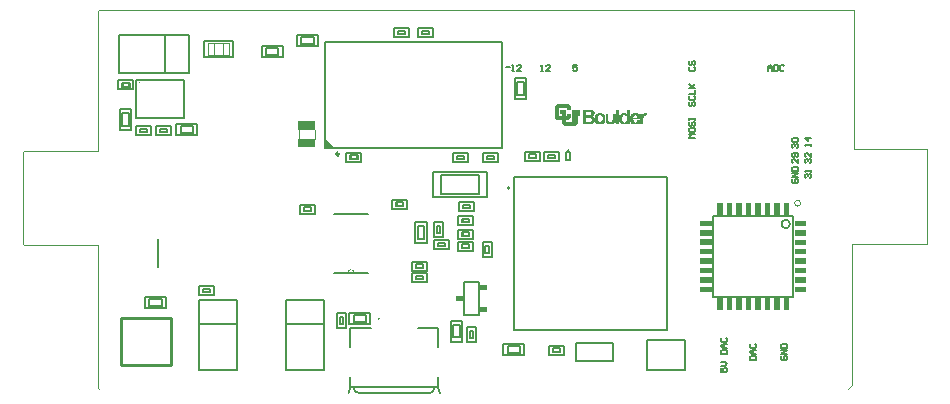
<source format=gto>
G04 Layer_Color=65535*
%FSLAX24Y24*%
%MOIN*%
G70*
G01*
G75*
%ADD40C,0.0060*%
%ADD41C,0.0100*%
%ADD45C,0.0080*%
%ADD46C,0.0094*%
%ADD47C,0.0050*%
%ADD48C,0.0040*%
%ADD49C,0.0010*%
%ADD50C,0.0000*%
%ADD79C,0.0079*%
%ADD80C,0.0039*%
%ADD81C,0.0020*%
G36*
X-14311Y4081D02*
X-14351D01*
Y4160D01*
X-14311D01*
Y4081D01*
D02*
G37*
G36*
X-14509D02*
X-14548D01*
Y4160D01*
X-14509D01*
Y4081D01*
D02*
G37*
G36*
X-4690Y4193D02*
X-5084D01*
Y4372D01*
X-4690D01*
Y4193D01*
D02*
G37*
G36*
Y4507D02*
X-5084D01*
Y4688D01*
X-4690D01*
Y4507D01*
D02*
G37*
G36*
X-1540Y4193D02*
X-1929D01*
Y4372D01*
X-1540D01*
Y4193D01*
D02*
G37*
G36*
X-14519Y3701D02*
X-14558D01*
Y3780D01*
X-14519D01*
Y3701D01*
D02*
G37*
G36*
X-1540Y3563D02*
X-1927D01*
Y3741D01*
X-1540D01*
Y3563D01*
D02*
G37*
G36*
X-14321Y3701D02*
X-14361D01*
Y3780D01*
X-14321D01*
Y3701D01*
D02*
G37*
G36*
X-1540Y3878D02*
X-1926D01*
Y4057D01*
X-1540D01*
Y3878D01*
D02*
G37*
G36*
X-4690D02*
X-5084D01*
Y4057D01*
X-4690D01*
Y3878D01*
D02*
G37*
G36*
X-1540Y4507D02*
X-1925D01*
Y4688D01*
X-1540D01*
Y4507D01*
D02*
G37*
G36*
X-4690Y4822D02*
X-5085D01*
Y5004D01*
X-4690D01*
Y4822D01*
D02*
G37*
G36*
X-13582Y4790D02*
X-13621D01*
Y4869D01*
X-13582D01*
Y4790D01*
D02*
G37*
G36*
X-1540Y4822D02*
X-1929D01*
Y5003D01*
X-1540D01*
Y4822D01*
D02*
G37*
G36*
Y5137D02*
X-1927D01*
Y5319D01*
X-1540D01*
Y5137D01*
D02*
G37*
G36*
X-4690D02*
X-5083D01*
Y5318D01*
X-4690D01*
Y5137D01*
D02*
G37*
G36*
X-12989Y4741D02*
X-13028D01*
Y4820D01*
X-12989D01*
Y4741D01*
D02*
G37*
G36*
X-12141Y4552D02*
X-12220D01*
Y4591D01*
X-12141D01*
Y4552D01*
D02*
G37*
G36*
X-12791Y4741D02*
X-12831D01*
Y4820D01*
X-12791D01*
Y4741D01*
D02*
G37*
G36*
X-13779Y4790D02*
X-13819D01*
Y4869D01*
X-13779D01*
Y4790D01*
D02*
G37*
G36*
X-12141Y4749D02*
X-12220D01*
Y4789D01*
X-12141D01*
Y4749D01*
D02*
G37*
G36*
X-4690Y3563D02*
X-5085D01*
Y3741D01*
X-4690D01*
Y3563D01*
D02*
G37*
G36*
X-12192Y2573D02*
X-12423D01*
Y2754D01*
X-12192D01*
Y2573D01*
D02*
G37*
G36*
X-17001Y2379D02*
X-17080D01*
Y2419D01*
X-17001D01*
Y2379D01*
D02*
G37*
G36*
X-4322Y2670D02*
X-4503D01*
Y3059D01*
X-4322D01*
Y2670D01*
D02*
G37*
G36*
X-3692D02*
X-3874D01*
Y3056D01*
X-3692D01*
Y2670D01*
D02*
G37*
G36*
X-4007D02*
X-4190D01*
Y3056D01*
X-4007D01*
Y2670D01*
D02*
G37*
G36*
X-9742Y1280D02*
X-9781D01*
Y1359D01*
X-9742D01*
Y1280D01*
D02*
G37*
G36*
X-9939Y1280D02*
X-9979D01*
Y1359D01*
X-9939D01*
Y1280D01*
D02*
G37*
G36*
X-12661Y1722D02*
X-12740D01*
Y1761D01*
X-12661D01*
Y1722D01*
D02*
G37*
G36*
X-17001Y2182D02*
X-17080D01*
Y2221D01*
X-17001D01*
Y2182D01*
D02*
G37*
G36*
X-12661Y1919D02*
X-12740D01*
Y1958D01*
X-12661D01*
Y1919D01*
D02*
G37*
G36*
X-3377Y2670D02*
X-3558D01*
Y3056D01*
X-3377D01*
Y2670D01*
D02*
G37*
G36*
X-1540Y3248D02*
X-1926D01*
Y3425D01*
X-1540D01*
Y3248D01*
D02*
G37*
G36*
X-4690D02*
X-5086D01*
Y3424D01*
X-4690D01*
Y3248D01*
D02*
G37*
G36*
X-21609Y3261D02*
X-21648D01*
Y3340D01*
X-21609D01*
Y3261D01*
D02*
G37*
G36*
X-12192Y3315D02*
X-12423D01*
Y3494D01*
X-12192D01*
Y3315D01*
D02*
G37*
G36*
X-21412Y3261D02*
X-21451D01*
Y3340D01*
X-21412D01*
Y3261D01*
D02*
G37*
G36*
X-2748Y2670D02*
X-2927D01*
Y3056D01*
X-2748D01*
Y2670D01*
D02*
G37*
G36*
X-3063D02*
X-3242D01*
Y3057D01*
X-3063D01*
Y2670D01*
D02*
G37*
G36*
X-2433D02*
X-2611D01*
Y3057D01*
X-2433D01*
Y2670D01*
D02*
G37*
G36*
X-12983Y2944D02*
X-12984D01*
Y2944D01*
X-12984D01*
Y2944D01*
X-12984D01*
Y2944D01*
X-12984D01*
Y2944D01*
X-12984D01*
Y2944D01*
X-13213D01*
Y2944D01*
Y2944D01*
Y2944D01*
Y3124D01*
X-12983D01*
Y2944D01*
D02*
G37*
G36*
X-2118Y2670D02*
X-2295D01*
Y3056D01*
X-2118D01*
Y2670D01*
D02*
G37*
G36*
X-12969Y5141D02*
X-13008D01*
Y5220D01*
X-12969D01*
Y5141D01*
D02*
G37*
G36*
X-9909Y7731D02*
X-9948D01*
Y7810D01*
X-9909D01*
Y7731D01*
D02*
G37*
G36*
X-10106D02*
X-10145D01*
Y7810D01*
X-10106D01*
Y7731D01*
D02*
G37*
G36*
X-10746Y7741D02*
X-10785D01*
Y7820D01*
X-10746D01*
Y7741D01*
D02*
G37*
G36*
X-17904Y8075D02*
X-18476D01*
Y8370D01*
X-17904D01*
Y8075D01*
D02*
G37*
G36*
X-10549Y7741D02*
X-10588D01*
Y7820D01*
X-10549D01*
Y7741D01*
D02*
G37*
G36*
X-12952Y7700D02*
X-12991D01*
Y7779D01*
X-12952D01*
Y7700D01*
D02*
G37*
G36*
X-12146Y7700D02*
X-12186D01*
Y7779D01*
X-12146D01*
Y7700D01*
D02*
G37*
G36*
X-11949Y7700D02*
X-11988D01*
Y7779D01*
X-11949D01*
Y7700D01*
D02*
G37*
G36*
X-16502Y7710D02*
X-16541D01*
Y7789D01*
X-16502D01*
Y7710D01*
D02*
G37*
G36*
X-16698Y7710D02*
X-16738D01*
Y7789D01*
X-16698D01*
Y7710D01*
D02*
G37*
G36*
X-23719Y8601D02*
X-23758D01*
Y8680D01*
X-23719D01*
Y8601D01*
D02*
G37*
G36*
X-14319Y11861D02*
X-14358D01*
Y11940D01*
X-14319D01*
Y11861D01*
D02*
G37*
G36*
X-24102Y10121D02*
X-24141D01*
Y10200D01*
X-24102D01*
Y10121D01*
D02*
G37*
G36*
X-14121Y11861D02*
X-14161D01*
Y11940D01*
X-14121D01*
Y11861D01*
D02*
G37*
G36*
X-14912Y11870D02*
X-14951D01*
Y11949D01*
X-14912D01*
Y11870D01*
D02*
G37*
G36*
X-15109Y11870D02*
X-15149D01*
Y11949D01*
X-15109D01*
Y11870D01*
D02*
G37*
G36*
X-23049Y8601D02*
X-23088D01*
Y8680D01*
X-23049D01*
Y8601D01*
D02*
G37*
G36*
X-23522D02*
X-23561D01*
Y8680D01*
X-23522D01*
Y8601D01*
D02*
G37*
G36*
X-22851D02*
X-22891D01*
Y8680D01*
X-22851D01*
Y8601D01*
D02*
G37*
G36*
X-24299Y10121D02*
X-24338D01*
Y10200D01*
X-24299D01*
Y10121D01*
D02*
G37*
G36*
X-17904Y8645D02*
X-18475D01*
Y8940D01*
X-17904D01*
Y8645D01*
D02*
G37*
G36*
X-13149Y7700D02*
X-13189D01*
Y7779D01*
X-13149D01*
Y7700D01*
D02*
G37*
G36*
X-12772Y5601D02*
X-12811D01*
Y5680D01*
X-12772D01*
Y5601D01*
D02*
G37*
G36*
X-12969D02*
X-13008D01*
Y5680D01*
X-12969D01*
Y5601D01*
D02*
G37*
G36*
X-4322Y5820D02*
X-4506D01*
Y6215D01*
X-4322D01*
Y5820D01*
D02*
G37*
G36*
X-3692D02*
X-3874D01*
Y6215D01*
X-3692D01*
Y5820D01*
D02*
G37*
G36*
X-4007D02*
X-4189D01*
Y6213D01*
X-4007D01*
Y5820D01*
D02*
G37*
G36*
X-13771Y5212D02*
X-13850D01*
Y5251D01*
X-13771D01*
Y5212D01*
D02*
G37*
G36*
X-12771Y5141D02*
X-12811D01*
Y5220D01*
X-12771D01*
Y5141D01*
D02*
G37*
G36*
X-13771Y5409D02*
X-13850D01*
Y5449D01*
X-13771D01*
Y5409D01*
D02*
G37*
G36*
X-1540Y5452D02*
X-1927D01*
Y5635D01*
X-1540D01*
Y5452D01*
D02*
G37*
G36*
X-4690D02*
X-5086D01*
Y5636D01*
X-4690D01*
Y5452D01*
D02*
G37*
G36*
X-3377Y5820D02*
X-3558D01*
Y6214D01*
X-3377D01*
Y5820D01*
D02*
G37*
G36*
X-12959Y6061D02*
X-12998D01*
Y6140D01*
X-12959D01*
Y6061D01*
D02*
G37*
G36*
X-18052Y5980D02*
X-18091D01*
Y6059D01*
X-18052D01*
Y5980D01*
D02*
G37*
G36*
X-12761Y6061D02*
X-12801D01*
Y6140D01*
X-12761D01*
Y6061D01*
D02*
G37*
G36*
X-14972Y6141D02*
X-15012D01*
Y6220D01*
X-14972D01*
Y6141D01*
D02*
G37*
G36*
X-15169D02*
X-15208D01*
Y6220D01*
X-15169D01*
Y6141D01*
D02*
G37*
G36*
X-2748Y5820D02*
X-2927D01*
Y6215D01*
X-2748D01*
Y5820D01*
D02*
G37*
G36*
X-3063D02*
X-3242D01*
Y6213D01*
X-3063D01*
Y5820D01*
D02*
G37*
G36*
X-2433D02*
X-2611D01*
Y6216D01*
X-2433D01*
Y5820D01*
D02*
G37*
G36*
X-18249Y5980D02*
X-18289D01*
Y6059D01*
X-18249D01*
Y5980D01*
D02*
G37*
G36*
X-2118Y5820D02*
X-2297D01*
Y6211D01*
X-2118D01*
Y5820D01*
D02*
G37*
D40*
X-2089Y5520D02*
G03*
X-2089Y5520I-141J0D01*
G01*
X-9480Y7991D02*
G03*
X-9480Y7991I-10J0D01*
G01*
X-18520Y11820D02*
X-17820D01*
X-18520Y11440D02*
Y11820D01*
Y11440D02*
X-17820D01*
Y11820D01*
X-11250Y9690D02*
Y10390D01*
Y9690D02*
X-10870D01*
Y10390D01*
X-11250D02*
X-10870D01*
X-16600Y3880D02*
X-16150D01*
X-17290D02*
X-16600D01*
X-17290Y5840D02*
X-16150D01*
X-4649Y3101D02*
X-1971D01*
X-4649D02*
Y5779D01*
X-1971D01*
Y3101D02*
Y5779D01*
X-13140Y5490D02*
X-12640D01*
Y5790D01*
X-13140D02*
X-12640D01*
X-13140Y5490D02*
Y5790D01*
X-12550Y1590D02*
Y2090D01*
X-12850D02*
X-12550D01*
X-12850Y1590D02*
Y2090D01*
Y1590D02*
X-12550D01*
X-14190Y4879D02*
Y5579D01*
X-14570Y4879D02*
X-14190D01*
X-14570D02*
Y5579D01*
X-14190D01*
X-13160Y4630D02*
X-12660D01*
Y4930D01*
X-13160D02*
X-12660D01*
X-13160Y4630D02*
Y4930D01*
X-13140Y5030D02*
Y5330D01*
X-12640D01*
Y5030D02*
Y5330D01*
X-13140Y5030D02*
X-12640D01*
X-17190Y2050D02*
Y2550D01*
Y2050D02*
X-16890D01*
X-17190Y2550D02*
X-16890D01*
Y2050D02*
Y2550D01*
X-16771Y2190D02*
Y2570D01*
X-16071D01*
Y2190D02*
Y2570D01*
X-16771Y2190D02*
X-16071D01*
X-24470Y10310D02*
X-23970D01*
X-24470Y10010D02*
Y10310D01*
X-23970Y10010D02*
Y10310D01*
X-24470Y10010D02*
X-23970D01*
X-24420Y8650D02*
Y9350D01*
Y8650D02*
X-24040D01*
Y9350D01*
X-24420D02*
X-24040D01*
X-23220Y8490D02*
Y8790D01*
X-22720D01*
Y8490D02*
Y8790D01*
X-23220Y8490D02*
X-22720D01*
X-23890D02*
Y8790D01*
X-23390D01*
Y8490D02*
Y8790D01*
X-23890Y8490D02*
X-23390D01*
X-24457Y11810D02*
X-22135D01*
X-24457Y10550D02*
Y11810D01*
Y10550D02*
X-22135D01*
Y11810D01*
X-22926Y10550D02*
X-22926Y11800D01*
X-18999Y11090D02*
Y11470D01*
X-19699Y11090D02*
X-18999D01*
X-19699D02*
Y11470D01*
X-18999D01*
X-22540Y8490D02*
Y8870D01*
X-21840D01*
Y8490D02*
Y8870D01*
X-22540Y8490D02*
X-21840D01*
X-14780Y11760D02*
Y12060D01*
X-15280Y11760D02*
X-14780D01*
X-15280D02*
Y12060D01*
X-14780D01*
X-16870Y7900D02*
X-16370D01*
X-16870Y7600D02*
Y7900D01*
Y7600D02*
X-16370D01*
Y7900D01*
X-13320Y7890D02*
X-12820D01*
X-13320Y7590D02*
Y7890D01*
Y7590D02*
X-12820D01*
Y7890D01*
X-22889Y2710D02*
Y3090D01*
X-23589Y2710D02*
X-22889D01*
X-23589D02*
Y3090D01*
X-22889D01*
X-17593Y8324D02*
Y11592D01*
X-11687D01*
Y8048D02*
Y11592D01*
X-17317Y8048D02*
X-11687D01*
X-21630Y11090D02*
X-20650D01*
Y11610D01*
X-21630D02*
X-20650D01*
X-21630Y11090D02*
Y11610D01*
X-14490Y11750D02*
Y12050D01*
X-13990D01*
Y11750D02*
Y12050D01*
X-14490Y11750D02*
X-13990D01*
X-10939Y1140D02*
Y1520D01*
X-11639Y1140D02*
X-10939D01*
X-11639D02*
Y1520D01*
X-10939D01*
X-11817Y7590D02*
Y7890D01*
X-12317Y7590D02*
X-11817D01*
X-12317D02*
Y7890D01*
X-11817D01*
X-13960Y5080D02*
X-13660D01*
X-13960D02*
Y5580D01*
X-13660D01*
Y5080D02*
Y5580D01*
X-13400Y1600D02*
Y2300D01*
Y1600D02*
X-13020D01*
Y2300D01*
X-13400D02*
X-13020D01*
X-13130Y5950D02*
X-12630D01*
Y6250D01*
X-13130D02*
X-12630D01*
X-13130Y5950D02*
Y6250D01*
X-13950Y4980D02*
X-13450D01*
X-13950Y4680D02*
Y4980D01*
Y4680D02*
X-13450D01*
Y4980D01*
X-21790Y2196D02*
X-20540Y2196D01*
X-21790Y2987D02*
X-20530D01*
Y665D02*
Y2987D01*
X-21790Y665D02*
X-20530D01*
X-21790D02*
Y2987D01*
X-18870Y2200D02*
X-17620Y2200D01*
X-18870Y2991D02*
X-17610D01*
Y669D02*
Y2991D01*
X-18870Y669D02*
X-17610D01*
X-18870D02*
Y2991D01*
X-21780Y3150D02*
X-21280D01*
Y3450D01*
X-21780D02*
X-21280D01*
X-21780Y3150D02*
Y3450D01*
X-14690Y3890D02*
X-14190D01*
Y3590D02*
Y3890D01*
X-14690Y3590D02*
Y3890D01*
Y3590D02*
X-14190D01*
X-14680Y4270D02*
X-14180D01*
Y3970D02*
Y4270D01*
X-14680Y3970D02*
Y4270D01*
Y3970D02*
X-14180D01*
X-10110Y1470D02*
X-9610D01*
X-10110Y1170D02*
Y1470D01*
Y1170D02*
X-9610D01*
Y1470D01*
X-10277Y7620D02*
X-9777D01*
Y7920D01*
X-10277D02*
X-9777D01*
X-10277Y7620D02*
Y7920D01*
X-8760Y955D02*
X-8445D01*
X-8760Y1545D02*
X-8445D01*
X-18420Y6170D02*
X-17920D01*
X-18420Y5870D02*
Y6170D01*
Y5870D02*
X-17920D01*
Y6170D01*
X-15340Y6030D02*
X-14840D01*
Y6330D01*
X-15340D02*
X-14840D01*
X-15340Y6030D02*
Y6330D01*
X-23897Y9053D02*
Y10313D01*
Y9053D02*
X-22277D01*
Y10313D01*
X-23897D02*
X-22277D01*
X-13975Y6407D02*
Y7270D01*
X-12195D01*
X-13975Y6407D02*
X-12195D01*
Y7270D01*
X-10917Y7630D02*
Y7930D01*
X-10417D01*
Y7630D02*
Y7930D01*
X-10917Y7630D02*
X-10417D01*
X-12963Y3283D02*
Y3594D01*
X-12630D01*
X-12963Y2474D02*
Y2775D01*
Y2474D02*
X-12630D01*
X-12030Y4420D02*
Y4920D01*
X-12330D02*
X-12030D01*
X-12330Y4420D02*
Y4920D01*
Y4420D02*
X-12030D01*
X-1380Y8110D02*
Y8177D01*
Y8143D01*
X-1580D01*
X-1547Y8110D01*
X-1380Y8377D02*
X-1580D01*
X-1480Y8277D01*
Y8410D01*
X-1987Y8060D02*
X-2020Y8093D01*
Y8160D01*
X-1987Y8193D01*
X-1953D01*
X-1920Y8160D01*
Y8127D01*
Y8160D01*
X-1887Y8193D01*
X-1853D01*
X-1820Y8160D01*
Y8093D01*
X-1853Y8060D01*
X-1987Y8260D02*
X-2020Y8293D01*
Y8360D01*
X-1987Y8393D01*
X-1853D01*
X-1820Y8360D01*
Y8293D01*
X-1853Y8260D01*
X-1987D01*
X-1537Y7550D02*
X-1570Y7583D01*
Y7650D01*
X-1537Y7683D01*
X-1503D01*
X-1470Y7650D01*
Y7617D01*
Y7650D01*
X-1437Y7683D01*
X-1403D01*
X-1370Y7650D01*
Y7583D01*
X-1403Y7550D01*
X-1370Y7883D02*
Y7750D01*
X-1503Y7883D01*
X-1537D01*
X-1570Y7850D01*
Y7783D01*
X-1537Y7750D01*
X-1830Y7683D02*
Y7550D01*
X-1963Y7683D01*
X-1997D01*
X-2030Y7650D01*
Y7583D01*
X-1997Y7550D01*
X-1863Y7750D02*
X-1830Y7783D01*
Y7850D01*
X-1863Y7883D01*
X-1997D01*
X-2030Y7850D01*
Y7783D01*
X-1997Y7750D01*
X-1963D01*
X-1930Y7783D01*
Y7883D01*
X-1547Y7060D02*
X-1580Y7093D01*
Y7160D01*
X-1547Y7193D01*
X-1513D01*
X-1480Y7160D01*
Y7127D01*
Y7160D01*
X-1447Y7193D01*
X-1413D01*
X-1380Y7160D01*
Y7093D01*
X-1413Y7060D01*
X-1380Y7260D02*
Y7327D01*
Y7293D01*
X-1580D01*
X-1547Y7260D01*
X-1997Y7033D02*
X-2030Y7000D01*
Y6933D01*
X-1997Y6900D01*
X-1863D01*
X-1830Y6933D01*
Y7000D01*
X-1863Y7033D01*
X-1930D01*
Y6967D01*
X-1830Y7100D02*
X-2030D01*
X-1830Y7233D01*
X-2030D01*
Y7300D02*
X-1830D01*
Y7400D01*
X-1863Y7433D01*
X-1997D01*
X-2030Y7400D01*
Y7300D01*
X-2355Y1115D02*
X-2389Y1082D01*
X-2390Y1016D01*
X-2357Y982D01*
X-2223Y980D01*
X-2190Y1013D01*
X-2189Y1080D01*
X-2222Y1114D01*
X-2288Y1114D01*
X-2289Y1048D01*
X-2188Y1180D02*
X-2388Y1182D01*
X-2186Y1313D01*
X-2386Y1315D01*
X-2385Y1382D02*
X-2186Y1380D01*
X-2184Y1480D01*
X-2217Y1514D01*
X-2351Y1515D01*
X-2384Y1482D01*
X-2385Y1382D01*
X-4400Y733D02*
Y600D01*
X-4300D01*
X-4333Y667D01*
Y700D01*
X-4300Y733D01*
X-4233D01*
X-4200Y700D01*
Y633D01*
X-4233Y600D01*
X-4400Y800D02*
X-4267D01*
X-4200Y867D01*
X-4267Y933D01*
X-4400D01*
Y1200D02*
X-4200D01*
Y1300D01*
X-4233Y1333D01*
X-4367D01*
X-4400Y1300D01*
Y1200D01*
X-4200Y1400D02*
X-4333D01*
X-4400Y1466D01*
X-4333Y1533D01*
X-4200D01*
X-4300D01*
Y1400D01*
X-4367Y1733D02*
X-4400Y1700D01*
Y1633D01*
X-4367Y1600D01*
X-4233D01*
X-4200Y1633D01*
Y1700D01*
X-4233Y1733D01*
X-3410Y980D02*
X-3210D01*
Y1080D01*
X-3243Y1113D01*
X-3377D01*
X-3410Y1080D01*
Y980D01*
X-3210Y1180D02*
X-3343D01*
X-3410Y1247D01*
X-3343Y1313D01*
X-3210D01*
X-3310D01*
Y1180D01*
X-3377Y1513D02*
X-3410Y1480D01*
Y1413D01*
X-3377Y1380D01*
X-3243D01*
X-3210Y1413D01*
Y1480D01*
X-3243Y1513D01*
X-5407Y9573D02*
X-5440Y9540D01*
Y9473D01*
X-5407Y9440D01*
X-5373D01*
X-5340Y9473D01*
Y9540D01*
X-5307Y9573D01*
X-5273D01*
X-5240Y9540D01*
Y9473D01*
X-5273Y9440D01*
X-5407Y9773D02*
X-5440Y9740D01*
Y9673D01*
X-5407Y9640D01*
X-5273D01*
X-5240Y9673D01*
Y9740D01*
X-5273Y9773D01*
X-5440Y9840D02*
X-5240D01*
Y9973D01*
X-5440Y10040D02*
X-5240D01*
X-5307D01*
X-5440Y10173D01*
X-5340Y10073D01*
X-5240Y10173D01*
X-5407Y10753D02*
X-5440Y10720D01*
Y10653D01*
X-5407Y10620D01*
X-5273D01*
X-5240Y10653D01*
Y10720D01*
X-5273Y10753D01*
X-5407Y10953D02*
X-5440Y10920D01*
Y10853D01*
X-5407Y10820D01*
X-5373D01*
X-5340Y10853D01*
Y10920D01*
X-5307Y10953D01*
X-5273D01*
X-5240Y10920D01*
Y10853D01*
X-5273Y10820D01*
X-5240Y8400D02*
X-5440D01*
X-5373Y8467D01*
X-5440Y8533D01*
X-5240D01*
X-5440Y8700D02*
Y8633D01*
X-5407Y8600D01*
X-5273D01*
X-5240Y8633D01*
Y8700D01*
X-5273Y8733D01*
X-5407D01*
X-5440Y8700D01*
X-5407Y8933D02*
X-5440Y8900D01*
Y8833D01*
X-5407Y8800D01*
X-5373D01*
X-5340Y8833D01*
Y8900D01*
X-5307Y8933D01*
X-5273D01*
X-5240Y8900D01*
Y8833D01*
X-5273Y8800D01*
X-5440Y9000D02*
Y9066D01*
Y9033D01*
X-5240D01*
Y9000D01*
Y9066D01*
X-11539Y10740D02*
X-11406Y10738D01*
X-11340Y10638D02*
X-11273Y10637D01*
X-11307Y10637D01*
X-11305Y10837D01*
X-11338Y10804D01*
X-11040Y10634D02*
X-11173Y10636D01*
X-11039Y10768D01*
X-11038Y10801D01*
X-11071Y10835D01*
X-11138Y10835D01*
X-11172Y10802D01*
X-10400Y10630D02*
X-10333Y10631D01*
X-10367Y10630D01*
X-10368Y10830D01*
X-10401Y10797D01*
X-10100Y10633D02*
X-10233Y10631D01*
X-10101Y10766D01*
X-10102Y10799D01*
X-10135Y10832D01*
X-10202Y10832D01*
X-10235Y10798D01*
X-9177Y10830D02*
X-9310D01*
Y10730D01*
X-9243Y10763D01*
X-9210D01*
X-9177Y10730D01*
Y10663D01*
X-9210Y10630D01*
X-9277D01*
X-9310Y10663D01*
X-2830Y10620D02*
Y10753D01*
X-2763Y10820D01*
X-2697Y10753D01*
Y10620D01*
Y10720D01*
X-2830D01*
X-2630Y10820D02*
Y10620D01*
X-2530D01*
X-2497Y10653D01*
Y10787D01*
X-2530Y10820D01*
X-2630D01*
X-2297Y10787D02*
X-2330Y10820D01*
X-2397D01*
X-2430Y10787D01*
Y10653D01*
X-2397Y10620D01*
X-2330D01*
X-2297Y10653D01*
X-12963Y2474D02*
Y3594D01*
Y2474D02*
X-12443D01*
Y3594D01*
X-12963D02*
X-12443D01*
D41*
X-22720Y823D02*
Y1177D01*
Y2061D02*
Y2397D01*
X-24394Y1326D02*
Y1912D01*
X-23644Y823D02*
X-22720D01*
X-23592Y2397D02*
X-22720D01*
X-24394D02*
X-22720D01*
X-24394Y823D02*
Y2397D01*
Y823D02*
X-22720D01*
Y2397D01*
D45*
X-9558Y7909D02*
X-9420D01*
X-9558Y7653D02*
Y7909D01*
Y7653D02*
X-9420D01*
Y7909D01*
D46*
X-17112Y7851D02*
G03*
X-17112Y7851I-47J0D01*
G01*
D02*
G03*
X-17112Y7851I-47J0D01*
G01*
D47*
X-16626Y58D02*
Y74D01*
X-17593Y8048D02*
Y8088D01*
Y8127D02*
Y8166D01*
Y8206D01*
Y8245D01*
Y8285D01*
Y8324D01*
X-17357Y8048D02*
X-17317D01*
X-17396D02*
X-17357D01*
X-17435D02*
X-17396D01*
X-17475D02*
X-17435D01*
X-17514D02*
X-17475D01*
X-17553D02*
X-17514D01*
X-17593D02*
X-17553D01*
X-17593Y8088D02*
X-17553Y8048D01*
X-17593Y8127D02*
X-17514Y8048D01*
X-17593Y8166D02*
X-17475Y8048D01*
X-17593Y8206D02*
X-17435Y8048D01*
X-17593Y8245D02*
X-17396Y8048D01*
X-17593Y8285D02*
X-17357Y8048D01*
X-17593Y8324D02*
X-17317Y8048D01*
X-17593Y8088D02*
Y8127D01*
X-18379Y11520D02*
Y11740D01*
X-17961D01*
Y11520D02*
Y11740D01*
X-18379Y11520D02*
X-17961D01*
X-11170Y9831D02*
X-10950D01*
X-11170D02*
Y10249D01*
X-10950D01*
Y9831D02*
Y10249D01*
X-12772Y5581D02*
Y5699D01*
X-13008D02*
X-12772D01*
X-13008Y5581D02*
Y5699D01*
Y5581D02*
X-12772D01*
X-12759Y1958D02*
X-12641D01*
X-12759Y1722D02*
Y1958D01*
Y1722D02*
X-12641D01*
Y1958D01*
X-14490Y5438D02*
X-14270D01*
Y5021D02*
Y5438D01*
X-14490Y5021D02*
X-14270D01*
X-14490D02*
Y5438D01*
X-12792Y4721D02*
Y4839D01*
X-13028D02*
X-12792D01*
X-13028Y4721D02*
Y4839D01*
Y4721D02*
X-12792D01*
X-13008Y5121D02*
X-12772D01*
X-13008D02*
Y5239D01*
X-12772D01*
Y5121D02*
Y5239D01*
X-16981Y2182D02*
Y2418D01*
X-17099Y2182D02*
X-16981D01*
X-17099D02*
Y2418D01*
X-16981D01*
X-16629Y2490D02*
X-16212D01*
X-16629Y2270D02*
Y2490D01*
Y2270D02*
X-16212D01*
Y2490D01*
X-24102Y10101D02*
Y10219D01*
X-24338D02*
X-24102D01*
X-24338Y10101D02*
Y10219D01*
Y10101D02*
X-24102D01*
X-24340Y8791D02*
X-24120D01*
X-24340D02*
Y9209D01*
X-24120D01*
Y8791D02*
Y9209D01*
X-23088Y8581D02*
X-22852D01*
X-23088D02*
Y8699D01*
X-22852D01*
Y8581D02*
Y8699D01*
X-23758Y8581D02*
X-23522D01*
X-23758D02*
Y8699D01*
X-23522D01*
Y8581D02*
Y8699D01*
X-19558Y11170D02*
X-19141D01*
Y11390D01*
X-19558D02*
X-19141D01*
X-19558Y11170D02*
Y11390D01*
X-22399Y8790D02*
X-21981D01*
X-22399Y8570D02*
Y8790D01*
Y8570D02*
X-21981D01*
Y8790D01*
X-15148Y11969D02*
X-14912D01*
Y11851D02*
Y11969D01*
X-15148Y11851D02*
X-14912D01*
X-15148D02*
Y11969D01*
X-16738Y7691D02*
Y7809D01*
Y7691D02*
X-16502D01*
Y7809D01*
X-16738D02*
X-16502D01*
X-13188Y7681D02*
Y7799D01*
Y7681D02*
X-12952D01*
Y7799D01*
X-13188D02*
X-12952D01*
X-23448Y2790D02*
X-23031D01*
Y3010D01*
X-23448D02*
X-23031D01*
X-23448Y2790D02*
Y3010D01*
X-17593Y8048D02*
Y11592D01*
X-11687D01*
Y8048D02*
Y11592D01*
X-17593Y8048D02*
X-11687D01*
X-14358Y11841D02*
X-14122D01*
X-14358D02*
Y11959D01*
X-14122D01*
Y11841D02*
Y11959D01*
X-11498Y1220D02*
X-11081D01*
Y1440D01*
X-11498D02*
X-11081D01*
X-11498Y1220D02*
Y1440D01*
X-12185Y7799D02*
X-11949D01*
Y7681D02*
Y7799D01*
X-12185Y7681D02*
X-11949D01*
X-12185D02*
Y7799D01*
X-13751Y5212D02*
Y5448D01*
X-13869Y5212D02*
X-13751D01*
X-13869D02*
Y5448D01*
X-13751D01*
X-13320Y1741D02*
X-13100D01*
X-13320D02*
Y2159D01*
X-13100D01*
Y1741D02*
Y2159D01*
X-12762Y6041D02*
Y6159D01*
X-12998D02*
X-12762D01*
X-12998Y6041D02*
Y6159D01*
Y6041D02*
X-12762D01*
X-13818Y4771D02*
Y4889D01*
Y4771D02*
X-13582D01*
Y4889D01*
X-13818D02*
X-13582D01*
X-21412Y3241D02*
Y3359D01*
X-21648D02*
X-21412D01*
X-21648Y3241D02*
Y3359D01*
Y3241D02*
X-21412D01*
X-14558Y3681D02*
X-14322D01*
X-14558D02*
Y3799D01*
X-14322D01*
Y3681D02*
Y3799D01*
X-14548Y4061D02*
X-14312D01*
X-14548D02*
Y4179D01*
X-14312D01*
Y4061D02*
Y4179D01*
X-9978Y1261D02*
Y1379D01*
Y1261D02*
X-9742D01*
Y1379D01*
X-9978D02*
X-9742D01*
X-9909Y7711D02*
Y7829D01*
X-10145D02*
X-9909D01*
X-10145Y7711D02*
Y7829D01*
Y7711D02*
X-9909D01*
X-9232Y1545D02*
X-7972D01*
Y955D02*
Y1545D01*
X-9232Y955D02*
X-7972D01*
X-9232D02*
Y1545D01*
X-18288Y5961D02*
Y6079D01*
Y5961D02*
X-18052D01*
Y6079D01*
X-18288D02*
X-18052D01*
X-14972Y6121D02*
Y6239D01*
X-15208D02*
X-14972D01*
X-15208Y6121D02*
Y6239D01*
Y6121D02*
X-14972D01*
X-13715Y6525D02*
Y7155D01*
Y6525D02*
X-12455D01*
Y7155D01*
X-13715D02*
X-12455D01*
X-10785Y7721D02*
X-10549D01*
X-10785D02*
Y7839D01*
X-10549D01*
Y7721D02*
Y7839D01*
X-6840Y668D02*
X-5580D01*
X-6840D02*
Y1652D01*
X-5580D01*
Y668D02*
Y1652D01*
X-12239Y4788D02*
X-12121D01*
X-12239Y4552D02*
Y4788D01*
Y4552D02*
X-12121D01*
Y4788D01*
D48*
X-18450Y8360D02*
Y8650D01*
X-17930Y8360D02*
Y8660D01*
D49*
X-9840Y9510D02*
X-9490D01*
X-9850Y9500D02*
X-9480D01*
X-9860Y9490D02*
X-9470D01*
X-9870Y9480D02*
X-9460D01*
X-9880Y9470D02*
X-9450D01*
X-9890Y9460D02*
X-9440D01*
X-9900Y9450D02*
X-9430D01*
X-9910Y9440D02*
X-9420D01*
X-9910Y9430D02*
X-9420D01*
X-9910Y9420D02*
X-9420D01*
X-9910Y9410D02*
X-9820D01*
X-9510D02*
X-9420D01*
X-9910Y9400D02*
X-9820D01*
X-9510D02*
X-9420D01*
X-9910Y9390D02*
X-9820D01*
X-9510D02*
X-9420D01*
X-9910Y9380D02*
X-9820D01*
X-9510D02*
X-9420D01*
X-9910Y9370D02*
X-9820D01*
X-9510D02*
X-9420D01*
X-9910Y9360D02*
X-9820D01*
X-9510D02*
X-9420D01*
X-9910Y9350D02*
X-9820D01*
X-9510D02*
X-9420D01*
X-9910Y9340D02*
X-9820D01*
X-9510D02*
X-9420D01*
X-9910Y9330D02*
X-9820D01*
X-9910Y9320D02*
X-9820D01*
X-9910Y9310D02*
X-9820D01*
X-9740D02*
X-9590D01*
X-9340D02*
X-9190D01*
X-9130D01*
X-9910Y9300D02*
X-9820D01*
X-9740D02*
X-9590D01*
X-9340D02*
X-9190D01*
X-9130D01*
X-9910Y9290D02*
X-9820D01*
X-9740D02*
X-9590D01*
X-9340D02*
X-9190D01*
X-9130D01*
X-9910Y9280D02*
X-9820D01*
X-9740D02*
X-9590D01*
X-9340D02*
X-9190D01*
X-9130D01*
X-9910Y9270D02*
X-9820D01*
X-9740D02*
X-9590D01*
X-9340D02*
X-9190D01*
X-9130D01*
X-9910Y9260D02*
X-9820D01*
X-9740D02*
X-9590D01*
X-9340D02*
X-9190D01*
X-9130D01*
X-9910Y9250D02*
X-9820D01*
X-9740D02*
X-9590D01*
X-9340D02*
X-9190D01*
X-9130D01*
X-9910Y9240D02*
X-9820D01*
X-9740D02*
X-9590D01*
X-9340D02*
X-9190D01*
X-9130D01*
X-9910Y9230D02*
X-9820D01*
X-9740D02*
X-9590D01*
X-9340D02*
X-9190D01*
X-9130D01*
X-9910Y9220D02*
X-9820D01*
X-9740D02*
X-9590D01*
X-9340D02*
X-9190D01*
X-9130D01*
X-9910Y9210D02*
X-9820D01*
X-9680D02*
X-9590D01*
X-9340D02*
X-9130D01*
X-9910Y9200D02*
X-9820D01*
X-9680D02*
X-9590D01*
X-9340D02*
X-9130D01*
X-9910Y9190D02*
X-9820D01*
X-9680D02*
X-9590D01*
X-9510D02*
X-9420D01*
X-9340D02*
X-9130D01*
X-9910Y9180D02*
X-9820D01*
X-9680D02*
X-9590D01*
X-9510D02*
X-9420D01*
X-9340D02*
X-9130D01*
X-9910Y9170D02*
X-9820D01*
X-9680D02*
X-9590D01*
X-9510D02*
X-9420D01*
X-9340D02*
X-9130D01*
X-9910Y9160D02*
X-9820D01*
X-9680D02*
X-9590D01*
X-9510D02*
X-9420D01*
X-9340D02*
X-9190D01*
X-9910Y9150D02*
X-9820D01*
X-9680D02*
X-9590D01*
X-9510D02*
X-9420D01*
X-9340D02*
X-9190D01*
X-9910Y9140D02*
X-9820D01*
X-9680D02*
X-9590D01*
X-9510D02*
X-9420D01*
X-9340D02*
X-9190D01*
X-9910Y9130D02*
X-9820D01*
X-9680D02*
X-9590D01*
X-9510D02*
X-9420D01*
X-9340D02*
X-9190D01*
X-9910Y9120D02*
X-9820D01*
X-9680D02*
X-9590D01*
X-9510D02*
X-9420D01*
X-9340D02*
X-9190D01*
X-9910Y9110D02*
X-9420D01*
X-9340D02*
X-9190D01*
X-9910Y9100D02*
X-9420D01*
X-9340D02*
X-9190D01*
X-9910Y9090D02*
X-9420D01*
X-9340D02*
X-9190D01*
X-9910Y9080D02*
X-9430D01*
X-9340D02*
X-9190D01*
X-9910Y9070D02*
X-9440D01*
X-9340D02*
X-9190D01*
X-9900Y9060D02*
X-9450D01*
X-9340D02*
X-9190D01*
X-9890Y9050D02*
X-9460D01*
X-9340D02*
X-9190D01*
X-9880Y9040D02*
X-9470D01*
X-9340D02*
X-9190D01*
X-9870Y9030D02*
X-9480D01*
X-9340D02*
X-9190D01*
X-9860Y9020D02*
X-9490D01*
X-9340D02*
X-9190D01*
X-9680Y9010D02*
X-9590D01*
X-9340D02*
X-9190D01*
X-9680Y9000D02*
X-9590D01*
X-9340D02*
X-9190D01*
X-9680Y8990D02*
X-9590D01*
X-9340D02*
X-9190D01*
X-9680Y8980D02*
X-9590D01*
X-9340D02*
X-9190D01*
X-9680Y8970D02*
X-9590D01*
X-9340D02*
X-9190D01*
X-9680Y8960D02*
X-9590D01*
X-9340D02*
X-9190D01*
X-9680Y8950D02*
X-9590D01*
X-9340D02*
X-9190D01*
X-9680Y8940D02*
X-9590D01*
X-9340D02*
X-9190D01*
X-9680Y8930D02*
X-9590D01*
X-9340D02*
X-9190D01*
X-9680Y8920D02*
X-9590D01*
X-9340D02*
X-9190D01*
X-9680Y8910D02*
X-9190D01*
X-9680Y8900D02*
X-9190D01*
X-9680Y8890D02*
X-9190D01*
X-9670Y8880D02*
X-9200D01*
X-9660Y8870D02*
X-9210D01*
X-9650Y8860D02*
X-9220D01*
X-9640Y8850D02*
X-9230D01*
X-9630Y8840D02*
X-9240D01*
X-9620Y8830D02*
X-9250D01*
X-9610Y8820D02*
X-9260D01*
X-27610Y4820D02*
X-25160D01*
Y70D02*
Y4820D01*
X-10Y4870D02*
X2490D01*
Y8020D01*
X40D02*
X2490D01*
X40D02*
Y12670D01*
X-27660Y4870D02*
X-27610Y4820D01*
X-27660Y4870D02*
Y7930D01*
X-27620Y7970D01*
X-25190D01*
X-25160D01*
Y12620D01*
X-25110Y12670D02*
X40D01*
X-10Y170D02*
Y4870D01*
X-160Y20D02*
X-10Y170D01*
X-25160Y70D02*
X-25110Y20D01*
X-25160Y12620D02*
X-25110Y12670D01*
D50*
X-16600Y3879D02*
G03*
X-16840Y3871I-120J-4D01*
G01*
X-1734Y6212D02*
G03*
X-1734Y6212I-100J0D01*
G01*
X-15760Y2365D02*
G03*
X-15760Y2365I-32J0D01*
G01*
X-21290Y11160D02*
Y11540D01*
X-21480D02*
X-21290D01*
X-21480Y11160D02*
X-21290D01*
X-20990D02*
Y11540D01*
Y11160D02*
X-20800D01*
X-20990Y11540D02*
X-20800D01*
X-21290Y11160D02*
X-20990D01*
X-20800D02*
Y11540D01*
X-21290D02*
X-20990D01*
X-21480Y11160D02*
Y11540D01*
D79*
X-16810Y-118D02*
G03*
X-16737Y74I-200J187D01*
G01*
X-13823Y74D02*
G03*
X-13750Y-118I286J0D01*
G01*
X-16626Y57D02*
G03*
X-16444Y-119I179J3D01*
G01*
X-14116D02*
G03*
X-13934Y57I3J179D01*
G01*
X-11420Y6721D02*
G03*
X-11420Y6721I-43J0D01*
G01*
X-16737Y2042D02*
X-16067D01*
X-14493D02*
X-13823D01*
Y1416D02*
Y2042D01*
Y74D02*
Y408D01*
X-16626Y74D02*
X-13823D01*
X-16737D02*
X-16626D01*
X-16737D02*
Y408D01*
Y1416D02*
Y2042D01*
X-16445Y-119D02*
X-14115D01*
X-23139Y4088D02*
Y5032D01*
X-11288Y7091D02*
X-6170D01*
X-11288Y1973D02*
Y7091D01*
Y1973D02*
X-6170D01*
Y7091D01*
D80*
X-23767Y10233D02*
G03*
X-23767Y10233I-20J0D01*
G01*
D81*
X-8200Y8900D02*
X-7970D01*
X-8990Y9320D02*
X-8690D01*
X-7890D02*
X-7830D01*
X-7510D02*
X-7450D01*
X-8990Y9300D02*
X-8670D01*
X-7890D02*
X-7830D01*
X-7510D02*
X-7450D01*
X-8990Y9280D02*
X-8930D01*
X-8750D02*
X-8650D01*
X-7890D02*
X-7830D01*
X-7510D02*
X-7450D01*
X-8990Y9260D02*
X-8930D01*
X-8730D02*
X-8650D01*
X-7890D02*
X-7830D01*
X-7510D02*
X-7450D01*
X-8990Y9240D02*
X-8930D01*
X-8710D02*
X-8630D01*
X-7890D02*
X-7830D01*
X-7510D02*
X-7450D01*
X-8990Y9220D02*
X-8930D01*
X-8710D02*
X-8630D01*
X-8490D02*
X-8370D01*
X-7890D02*
X-7830D01*
X-7690D02*
X-7570D01*
X-7510D02*
X-7450D01*
X-7310D02*
X-7190D01*
X-6950D02*
X-6870D01*
X-8990Y9200D02*
X-8930D01*
X-8710D02*
X-8650D01*
X-8530D02*
X-8330D01*
X-8230D02*
X-8170D01*
X-7990D02*
X-7930D01*
X-7890D02*
X-7830D01*
X-7710D02*
X-7530D01*
X-7510D02*
X-7450D01*
X-7350D02*
X-7150D01*
X-7070D02*
X-7010D01*
X-6980D02*
X-6870D01*
X-8990Y9180D02*
X-8930D01*
X-8730D02*
X-8650D01*
X-8550D02*
X-8310D01*
X-8230D02*
X-8170D01*
X-7990D02*
X-7930D01*
X-7890D02*
X-7830D01*
X-7730D02*
X-7450D01*
X-7370D02*
X-7130D01*
X-7070D02*
X-6870D01*
X-8990Y9160D02*
X-8930D01*
X-8750D02*
X-8650D01*
X-8570D02*
X-8470D01*
X-8390D02*
X-8290D01*
X-8230D02*
X-8170D01*
X-7990D02*
X-7930D01*
X-7890D02*
X-7830D01*
X-7750D02*
X-7670D01*
X-7570D02*
X-7450D01*
X-7390D02*
X-7290D01*
X-7210D02*
X-7130D01*
X-7070D02*
X-6910D01*
X-8990Y9140D02*
X-8670D01*
X-8570D02*
X-8510D01*
X-8370D02*
X-8290D01*
X-8230D02*
X-8170D01*
X-7990D02*
X-7930D01*
X-7890D02*
X-7830D01*
X-7770D02*
X-7690D01*
X-7550D02*
X-7450D01*
X-7390D02*
X-7310D01*
X-7190D02*
X-7110D01*
X-7070D02*
X-6950D01*
X-8990Y9120D02*
X-8690D01*
X-8590D02*
X-8510D01*
X-8350D02*
X-8270D01*
X-8230D02*
X-8170D01*
X-7990D02*
X-7930D01*
X-7890D02*
X-7830D01*
X-7770D02*
X-7690D01*
X-7530D02*
X-7450D01*
X-7410D02*
X-7330D01*
X-7170D02*
X-7110D01*
X-7070D02*
X-6970D01*
X-8990Y9100D02*
X-8650D01*
X-8590D02*
X-8530D01*
X-8330D02*
X-8270D01*
X-8230D02*
X-8170D01*
X-7990D02*
X-7930D01*
X-7890D02*
X-7830D01*
X-7770D02*
X-7710D01*
X-7530D02*
X-7450D01*
X-7410D02*
X-7350D01*
X-7170D02*
X-7110D01*
X-7070D02*
X-6990D01*
X-8990Y9080D02*
X-8930D01*
X-8750D02*
X-8650D01*
X-8590D02*
X-8530D01*
X-8330D02*
X-8270D01*
X-8230D02*
X-8170D01*
X-7990D02*
X-7930D01*
X-7890D02*
X-7830D01*
X-7770D02*
X-7710D01*
X-7510D02*
X-7450D01*
X-7410D02*
X-7350D01*
X-7170D02*
X-7090D01*
X-7070D02*
X-6990D01*
X-8990Y9060D02*
X-8930D01*
X-8710D02*
X-8630D01*
X-8590D02*
X-8530D01*
X-8330D02*
X-8270D01*
X-8230D02*
X-8170D01*
X-7990D02*
X-7930D01*
X-7890D02*
X-7830D01*
X-7770D02*
X-7710D01*
X-7510D02*
X-7450D01*
X-7410D02*
X-7090D01*
X-7070D02*
X-7010D01*
X-8990Y9040D02*
X-8930D01*
X-8690D02*
X-8630D01*
X-8590D02*
X-8530D01*
X-8330D02*
X-8270D01*
X-8230D02*
X-8170D01*
X-7990D02*
X-7930D01*
X-7890D02*
X-7830D01*
X-7770D02*
X-7710D01*
X-7510D02*
X-7450D01*
X-7410D02*
X-7090D01*
X-7070D02*
X-7010D01*
X-8990Y9020D02*
X-8930D01*
X-8690D02*
X-8630D01*
X-8590D02*
X-8530D01*
X-8330D02*
X-8270D01*
X-8230D02*
X-8170D01*
X-7990D02*
X-7930D01*
X-7890D02*
X-7830D01*
X-7770D02*
X-7710D01*
X-7510D02*
X-7450D01*
X-7410D02*
X-7350D01*
X-7070D02*
X-7010D01*
X-8990Y9000D02*
X-8930D01*
X-8690D02*
X-8630D01*
X-8590D02*
X-8530D01*
X-8330D02*
X-8270D01*
X-8230D02*
X-8170D01*
X-8010D02*
X-7930D01*
X-7890D02*
X-7830D01*
X-7770D02*
X-7710D01*
X-7510D02*
X-7450D01*
X-7410D02*
X-7350D01*
X-7070D02*
X-7010D01*
X-8990Y8980D02*
X-8930D01*
X-8690D02*
X-8630D01*
X-8590D02*
X-8530D01*
X-8350D02*
X-8270D01*
X-8230D02*
X-8170D01*
X-8010D02*
X-7930D01*
X-7890D02*
X-7830D01*
X-7770D02*
X-7710D01*
X-7530D02*
X-7450D01*
X-7410D02*
X-7330D01*
X-7170D02*
X-7090D01*
X-7070D02*
X-7010D01*
X-8990Y8960D02*
X-8930D01*
X-8710D02*
X-8630D01*
X-8590D02*
X-8510D01*
X-8350D02*
X-8270D01*
X-8230D02*
X-8150D01*
X-8010D02*
X-7930D01*
X-7890D02*
X-7830D01*
X-7770D02*
X-7690D01*
X-7530D02*
X-7450D01*
X-7410D02*
X-7330D01*
X-7170D02*
X-7110D01*
X-7070D02*
X-7010D01*
X-8990Y8940D02*
X-8930D01*
X-8730D02*
X-8630D01*
X-8570D02*
X-8490D01*
X-8370D02*
X-8290D01*
X-8210D02*
X-8150D01*
X-8030D02*
X-7930D01*
X-7890D02*
X-7830D01*
X-7750D02*
X-7670D01*
X-7550D02*
X-7450D01*
X-7390D02*
X-7310D01*
X-7190D02*
X-7110D01*
X-7070D02*
X-7010D01*
X-8990Y8920D02*
X-8650D01*
X-8570D02*
X-8450D01*
X-8410D02*
X-8290D01*
X-8210D02*
X-8110D01*
X-8070D02*
X-7930D01*
X-7890D02*
X-7830D01*
X-7750D02*
X-7650D01*
X-7590D02*
X-7450D01*
X-7390D02*
X-7270D01*
X-7230D02*
X-7130D01*
X-7070D02*
X-7010D01*
X-8990Y8900D02*
X-8670D01*
X-8550D02*
X-8310D01*
X-7890D02*
X-7830D01*
X-7730D02*
X-7450D01*
X-7370D02*
X-7130D01*
X-7070D02*
X-7010D01*
X-8990Y8880D02*
X-8710D01*
X-8510D02*
X-8350D01*
X-8170D02*
X-8010D01*
X-7890D02*
X-7830D01*
X-7710D02*
X-7550D01*
X-7510D02*
X-7450D01*
X-7330D02*
X-7170D01*
X-7070D02*
X-7010D01*
M02*

</source>
